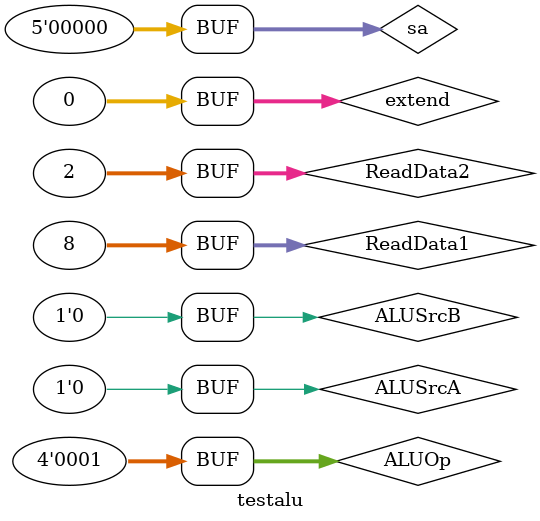
<source format=v>
`timescale 1ns / 1ps


module testalu;

	// Inputs
	reg ALUSrcA;
	reg ALUSrcB;
	reg [31:0] ReadData1;
	reg [31:0] ReadData2;
	reg [4:0] sa;
	reg [31:0] extend;
	reg [3:0] ALUOp;

	// Outputs
	wire zero;
	wire [31:0] result;

	// Instantiate the Unit Under Test (UUT)
	ALU uut (
		.ALUSrcA(ALUSrcA), 
		.ALUSrcB(ALUSrcB), 
		.ReadData1(ReadData1), 
		.ReadData2(ReadData2), 
		.sa(sa), 
		.extend(extend), 
		.ALUOp(ALUOp), 
		.zero(zero), 
		.result(result)
	);

	initial begin
		// Initialize Inputs
		ALUSrcA = 0;
		ALUSrcB = 0;
		ReadData1 = 0;
		ReadData2 = 0;
		sa = 0;
		extend = 0;
		ALUOp = 0;

		// Wait 100 ns for global reset to finish
		#100;
		ReadData1 =32'd8;
		ReadData2 =32'd2;
		ALUOp = 4'b0001;
        
		// Add stimulus here

	end
      
endmodule


</source>
